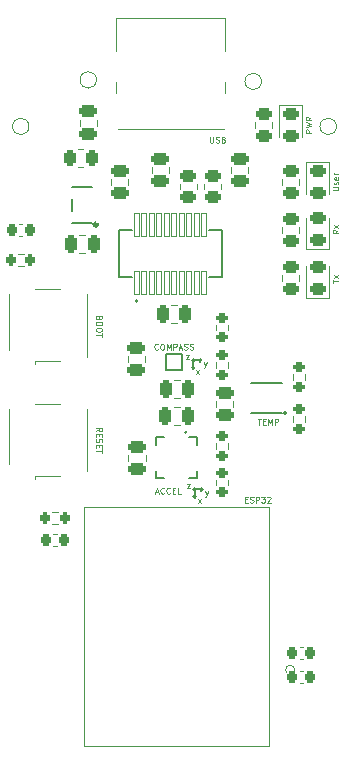
<source format=gto>
%TF.GenerationSoftware,KiCad,Pcbnew,(6.0.2-0)*%
%TF.CreationDate,2022-06-16T14:33:15-07:00*%
%TF.ProjectId,delta,64656c74-612e-46b6-9963-61645f706362,v1*%
%TF.SameCoordinates,Original*%
%TF.FileFunction,Legend,Top*%
%TF.FilePolarity,Positive*%
%FSLAX46Y46*%
G04 Gerber Fmt 4.6, Leading zero omitted, Abs format (unit mm)*
G04 Created by KiCad (PCBNEW (6.0.2-0)) date 2022-06-16 14:33:15*
%MOMM*%
%LPD*%
G01*
G04 APERTURE LIST*
G04 Aperture macros list*
%AMRoundRect*
0 Rectangle with rounded corners*
0 $1 Rounding radius*
0 $2 $3 $4 $5 $6 $7 $8 $9 X,Y pos of 4 corners*
0 Add a 4 corners polygon primitive as box body*
4,1,4,$2,$3,$4,$5,$6,$7,$8,$9,$2,$3,0*
0 Add four circle primitives for the rounded corners*
1,1,$1+$1,$2,$3*
1,1,$1+$1,$4,$5*
1,1,$1+$1,$6,$7*
1,1,$1+$1,$8,$9*
0 Add four rect primitives between the rounded corners*
20,1,$1+$1,$2,$3,$4,$5,0*
20,1,$1+$1,$4,$5,$6,$7,0*
20,1,$1+$1,$6,$7,$8,$9,0*
20,1,$1+$1,$8,$9,$2,$3,0*%
G04 Aperture macros list end*
%ADD10C,0.100000*%
%ADD11C,0.150000*%
%ADD12C,0.120000*%
%ADD13C,0.127000*%
%ADD14C,0.200000*%
%ADD15C,0.300000*%
%ADD16RoundRect,0.200000X-0.200000X-0.275000X0.200000X-0.275000X0.200000X0.275000X-0.200000X0.275000X0*%
%ADD17RoundRect,0.225000X-0.225000X-0.250000X0.225000X-0.250000X0.225000X0.250000X-0.225000X0.250000X0*%
%ADD18RoundRect,0.225000X0.225000X0.250000X-0.225000X0.250000X-0.225000X-0.250000X0.225000X-0.250000X0*%
%ADD19C,2.200000*%
%ADD20R,2.200000X2.200000*%
%ADD21RoundRect,0.200000X-0.275000X0.200000X-0.275000X-0.200000X0.275000X-0.200000X0.275000X0.200000X0*%
%ADD22RoundRect,0.200000X0.275000X-0.200000X0.275000X0.200000X-0.275000X0.200000X-0.275000X-0.200000X0*%
%ADD23R,0.500000X0.500000*%
%ADD24R,0.660000X0.280000*%
%ADD25R,0.280000X0.660000*%
%ADD26RoundRect,0.250000X0.475000X-0.250000X0.475000X0.250000X-0.475000X0.250000X-0.475000X-0.250000X0*%
%ADD27RoundRect,0.250000X0.262500X0.450000X-0.262500X0.450000X-0.262500X-0.450000X0.262500X-0.450000X0*%
%ADD28RoundRect,0.250000X0.250000X0.475000X-0.250000X0.475000X-0.250000X-0.475000X0.250000X-0.475000X0*%
%ADD29C,4.400000*%
%ADD30RoundRect,0.243750X-0.456250X0.243750X-0.456250X-0.243750X0.456250X-0.243750X0.456250X0.243750X0*%
%ADD31RoundRect,0.008200X0.196800X-0.976800X0.196800X0.976800X-0.196800X0.976800X-0.196800X-0.976800X0*%
%ADD32RoundRect,0.008200X-0.196800X0.976800X-0.196800X-0.976800X0.196800X-0.976800X0.196800X0.976800X0*%
%ADD33RoundRect,0.250000X-0.450000X0.262500X-0.450000X-0.262500X0.450000X-0.262500X0.450000X0.262500X0*%
%ADD34C,1.000000*%
%ADD35RoundRect,0.250000X-0.475000X0.250000X-0.475000X-0.250000X0.475000X-0.250000X0.475000X0.250000X0*%
%ADD36RoundRect,0.243750X0.456250X-0.243750X0.456250X0.243750X-0.456250X0.243750X-0.456250X-0.243750X0*%
%ADD37C,0.700000*%
%ADD38O,0.900000X1.700000*%
%ADD39O,0.900000X2.400000*%
%ADD40RoundRect,0.250000X0.450000X-0.262500X0.450000X0.262500X-0.450000X0.262500X-0.450000X-0.262500X0*%
%ADD41C,0.240000*%
%ADD42RoundRect,0.250000X-0.250000X-0.475000X0.250000X-0.475000X0.250000X0.475000X-0.250000X0.475000X0*%
%ADD43R,0.812800X0.406400*%
%ADD44R,0.406400X0.812800*%
%ADD45R,1.193800X1.193800*%
%ADD46R,0.812800X0.812800*%
%ADD47R,1.160000X0.490000*%
%ADD48R,1.180000X0.490000*%
%ADD49R,0.700000X0.250000*%
%ADD50R,1.100000X1.800000*%
G04 APERTURE END LIST*
D10*
X119669714Y-93047428D02*
X119645904Y-93118857D01*
X119622095Y-93142666D01*
X119574476Y-93166476D01*
X119503047Y-93166476D01*
X119455428Y-93142666D01*
X119431619Y-93118857D01*
X119407809Y-93071238D01*
X119407809Y-92880761D01*
X119907809Y-92880761D01*
X119907809Y-93047428D01*
X119884000Y-93095047D01*
X119860190Y-93118857D01*
X119812571Y-93142666D01*
X119764952Y-93142666D01*
X119717333Y-93118857D01*
X119693523Y-93095047D01*
X119669714Y-93047428D01*
X119669714Y-92880761D01*
X119907809Y-93476000D02*
X119907809Y-93571238D01*
X119884000Y-93618857D01*
X119836380Y-93666476D01*
X119741142Y-93690285D01*
X119574476Y-93690285D01*
X119479238Y-93666476D01*
X119431619Y-93618857D01*
X119407809Y-93571238D01*
X119407809Y-93476000D01*
X119431619Y-93428380D01*
X119479238Y-93380761D01*
X119574476Y-93356952D01*
X119741142Y-93356952D01*
X119836380Y-93380761D01*
X119884000Y-93428380D01*
X119907809Y-93476000D01*
X119907809Y-93999809D02*
X119907809Y-94095047D01*
X119884000Y-94142666D01*
X119836380Y-94190285D01*
X119741142Y-94214095D01*
X119574476Y-94214095D01*
X119479238Y-94190285D01*
X119431619Y-94142666D01*
X119407809Y-94095047D01*
X119407809Y-93999809D01*
X119431619Y-93952190D01*
X119479238Y-93904571D01*
X119574476Y-93880761D01*
X119741142Y-93880761D01*
X119836380Y-93904571D01*
X119884000Y-93952190D01*
X119907809Y-93999809D01*
X119907809Y-94356952D02*
X119907809Y-94642666D01*
X119407809Y-94499809D02*
X119907809Y-94499809D01*
X119407809Y-102651809D02*
X119645904Y-102485142D01*
X119407809Y-102366095D02*
X119907809Y-102366095D01*
X119907809Y-102556571D01*
X119884000Y-102604190D01*
X119860190Y-102628000D01*
X119812571Y-102651809D01*
X119741142Y-102651809D01*
X119693523Y-102628000D01*
X119669714Y-102604190D01*
X119645904Y-102556571D01*
X119645904Y-102366095D01*
X119669714Y-102866095D02*
X119669714Y-103032761D01*
X119407809Y-103104190D02*
X119407809Y-102866095D01*
X119907809Y-102866095D01*
X119907809Y-103104190D01*
X119431619Y-103294666D02*
X119407809Y-103366095D01*
X119407809Y-103485142D01*
X119431619Y-103532761D01*
X119455428Y-103556571D01*
X119503047Y-103580380D01*
X119550666Y-103580380D01*
X119598285Y-103556571D01*
X119622095Y-103532761D01*
X119645904Y-103485142D01*
X119669714Y-103389904D01*
X119693523Y-103342285D01*
X119717333Y-103318476D01*
X119764952Y-103294666D01*
X119812571Y-103294666D01*
X119860190Y-103318476D01*
X119884000Y-103342285D01*
X119907809Y-103389904D01*
X119907809Y-103508952D01*
X119884000Y-103580380D01*
X119669714Y-103794666D02*
X119669714Y-103961333D01*
X119407809Y-104032761D02*
X119407809Y-103794666D01*
X119907809Y-103794666D01*
X119907809Y-104032761D01*
X119907809Y-104175619D02*
X119907809Y-104461333D01*
X119407809Y-104318476D02*
X119907809Y-104318476D01*
D11*
X127762000Y-108267500D02*
X127889000Y-108140500D01*
X127762000Y-107569000D02*
X127762000Y-108267500D01*
X127762000Y-108267500D02*
X127635000Y-108140500D01*
X127889000Y-107569000D02*
G75*
G03*
X127889000Y-107569000I-127000J0D01*
G01*
D10*
X128273952Y-108358809D02*
X128012047Y-108692142D01*
X128273952Y-108692142D02*
X128012047Y-108358809D01*
D11*
X128460500Y-107569000D02*
X128333500Y-107442000D01*
X127762000Y-107569000D02*
X128460500Y-107569000D01*
X128460500Y-107569000D02*
X128333500Y-107696000D01*
D10*
X128658952Y-107715857D02*
X128778000Y-108049190D01*
X128897047Y-107715857D02*
X128778000Y-108049190D01*
X128730380Y-108168238D01*
X128706571Y-108192047D01*
X128658952Y-108215857D01*
X127384952Y-107422142D02*
X127123047Y-107422142D01*
X127384952Y-107088809D01*
X127123047Y-107088809D01*
D11*
X127762000Y-96647000D02*
G75*
G03*
X127762000Y-96647000I-127000J0D01*
G01*
D10*
X128146952Y-97436809D02*
X127885047Y-97770142D01*
X128146952Y-97770142D02*
X127885047Y-97436809D01*
D11*
X128333500Y-96647000D02*
X128206500Y-96774000D01*
X128333500Y-96647000D02*
X128206500Y-96520000D01*
X127635000Y-96647000D02*
X128333500Y-96647000D01*
D10*
X128531952Y-96793857D02*
X128651000Y-97127190D01*
X128770047Y-96793857D02*
X128651000Y-97127190D01*
X128603380Y-97246238D01*
X128579571Y-97270047D01*
X128531952Y-97293857D01*
D11*
X127635000Y-97345500D02*
X127508000Y-97218500D01*
X127635000Y-96647000D02*
X127635000Y-97345500D01*
X127635000Y-97345500D02*
X127762000Y-97218500D01*
D10*
X127257952Y-96500142D02*
X126996047Y-96500142D01*
X127257952Y-96166809D01*
X126996047Y-96166809D01*
X139426190Y-82248285D02*
X139830952Y-82248285D01*
X139878571Y-82224476D01*
X139902380Y-82200666D01*
X139926190Y-82153047D01*
X139926190Y-82057809D01*
X139902380Y-82010190D01*
X139878571Y-81986380D01*
X139830952Y-81962571D01*
X139426190Y-81962571D01*
X139902380Y-81748285D02*
X139926190Y-81700666D01*
X139926190Y-81605428D01*
X139902380Y-81557809D01*
X139854761Y-81534000D01*
X139830952Y-81534000D01*
X139783333Y-81557809D01*
X139759523Y-81605428D01*
X139759523Y-81676857D01*
X139735714Y-81724476D01*
X139688095Y-81748285D01*
X139664285Y-81748285D01*
X139616666Y-81724476D01*
X139592857Y-81676857D01*
X139592857Y-81605428D01*
X139616666Y-81557809D01*
X139902380Y-81129238D02*
X139926190Y-81176857D01*
X139926190Y-81272095D01*
X139902380Y-81319714D01*
X139854761Y-81343523D01*
X139664285Y-81343523D01*
X139616666Y-81319714D01*
X139592857Y-81272095D01*
X139592857Y-81176857D01*
X139616666Y-81129238D01*
X139664285Y-81105428D01*
X139711904Y-81105428D01*
X139759523Y-81343523D01*
X139926190Y-80891142D02*
X139592857Y-80891142D01*
X139688095Y-80891142D02*
X139640476Y-80867333D01*
X139616666Y-80843523D01*
X139592857Y-80795904D01*
X139592857Y-80748285D01*
X124428380Y-107779333D02*
X124666476Y-107779333D01*
X124380761Y-107922190D02*
X124547428Y-107422190D01*
X124714095Y-107922190D01*
X125166476Y-107874571D02*
X125142666Y-107898380D01*
X125071238Y-107922190D01*
X125023619Y-107922190D01*
X124952190Y-107898380D01*
X124904571Y-107850761D01*
X124880761Y-107803142D01*
X124856952Y-107707904D01*
X124856952Y-107636476D01*
X124880761Y-107541238D01*
X124904571Y-107493619D01*
X124952190Y-107446000D01*
X125023619Y-107422190D01*
X125071238Y-107422190D01*
X125142666Y-107446000D01*
X125166476Y-107469809D01*
X125666476Y-107874571D02*
X125642666Y-107898380D01*
X125571238Y-107922190D01*
X125523619Y-107922190D01*
X125452190Y-107898380D01*
X125404571Y-107850761D01*
X125380761Y-107803142D01*
X125356952Y-107707904D01*
X125356952Y-107636476D01*
X125380761Y-107541238D01*
X125404571Y-107493619D01*
X125452190Y-107446000D01*
X125523619Y-107422190D01*
X125571238Y-107422190D01*
X125642666Y-107446000D01*
X125666476Y-107469809D01*
X125880761Y-107660285D02*
X126047428Y-107660285D01*
X126118857Y-107922190D02*
X125880761Y-107922190D01*
X125880761Y-107422190D01*
X126118857Y-107422190D01*
X126571238Y-107922190D02*
X126333142Y-107922190D01*
X126333142Y-107422190D01*
X133080238Y-101580190D02*
X133365952Y-101580190D01*
X133223095Y-102080190D02*
X133223095Y-101580190D01*
X133532619Y-101818285D02*
X133699285Y-101818285D01*
X133770714Y-102080190D02*
X133532619Y-102080190D01*
X133532619Y-101580190D01*
X133770714Y-101580190D01*
X133985000Y-102080190D02*
X133985000Y-101580190D01*
X134151666Y-101937333D01*
X134318333Y-101580190D01*
X134318333Y-102080190D01*
X134556428Y-102080190D02*
X134556428Y-101580190D01*
X134746904Y-101580190D01*
X134794523Y-101604000D01*
X134818333Y-101627809D01*
X134842142Y-101675428D01*
X134842142Y-101746857D01*
X134818333Y-101794476D01*
X134794523Y-101818285D01*
X134746904Y-101842095D01*
X134556428Y-101842095D01*
X129036047Y-77704190D02*
X129036047Y-78108952D01*
X129059857Y-78156571D01*
X129083666Y-78180380D01*
X129131285Y-78204190D01*
X129226523Y-78204190D01*
X129274142Y-78180380D01*
X129297952Y-78156571D01*
X129321761Y-78108952D01*
X129321761Y-77704190D01*
X129536047Y-78180380D02*
X129607476Y-78204190D01*
X129726523Y-78204190D01*
X129774142Y-78180380D01*
X129797952Y-78156571D01*
X129821761Y-78108952D01*
X129821761Y-78061333D01*
X129797952Y-78013714D01*
X129774142Y-77989904D01*
X129726523Y-77966095D01*
X129631285Y-77942285D01*
X129583666Y-77918476D01*
X129559857Y-77894666D01*
X129536047Y-77847047D01*
X129536047Y-77799428D01*
X129559857Y-77751809D01*
X129583666Y-77728000D01*
X129631285Y-77704190D01*
X129750333Y-77704190D01*
X129821761Y-77728000D01*
X130202714Y-77942285D02*
X130274142Y-77966095D01*
X130297952Y-77989904D01*
X130321761Y-78037523D01*
X130321761Y-78108952D01*
X130297952Y-78156571D01*
X130274142Y-78180380D01*
X130226523Y-78204190D01*
X130036047Y-78204190D01*
X130036047Y-77704190D01*
X130202714Y-77704190D01*
X130250333Y-77728000D01*
X130274142Y-77751809D01*
X130297952Y-77799428D01*
X130297952Y-77847047D01*
X130274142Y-77894666D01*
X130250333Y-77918476D01*
X130202714Y-77942285D01*
X130036047Y-77942285D01*
X132024571Y-108422285D02*
X132191238Y-108422285D01*
X132262666Y-108684190D02*
X132024571Y-108684190D01*
X132024571Y-108184190D01*
X132262666Y-108184190D01*
X132453142Y-108660380D02*
X132524571Y-108684190D01*
X132643619Y-108684190D01*
X132691238Y-108660380D01*
X132715047Y-108636571D01*
X132738857Y-108588952D01*
X132738857Y-108541333D01*
X132715047Y-108493714D01*
X132691238Y-108469904D01*
X132643619Y-108446095D01*
X132548380Y-108422285D01*
X132500761Y-108398476D01*
X132476952Y-108374666D01*
X132453142Y-108327047D01*
X132453142Y-108279428D01*
X132476952Y-108231809D01*
X132500761Y-108208000D01*
X132548380Y-108184190D01*
X132667428Y-108184190D01*
X132738857Y-108208000D01*
X132953142Y-108684190D02*
X132953142Y-108184190D01*
X133143619Y-108184190D01*
X133191238Y-108208000D01*
X133215047Y-108231809D01*
X133238857Y-108279428D01*
X133238857Y-108350857D01*
X133215047Y-108398476D01*
X133191238Y-108422285D01*
X133143619Y-108446095D01*
X132953142Y-108446095D01*
X133405523Y-108184190D02*
X133715047Y-108184190D01*
X133548380Y-108374666D01*
X133619809Y-108374666D01*
X133667428Y-108398476D01*
X133691238Y-108422285D01*
X133715047Y-108469904D01*
X133715047Y-108588952D01*
X133691238Y-108636571D01*
X133667428Y-108660380D01*
X133619809Y-108684190D01*
X133476952Y-108684190D01*
X133429333Y-108660380D01*
X133405523Y-108636571D01*
X133905523Y-108231809D02*
X133929333Y-108208000D01*
X133976952Y-108184190D01*
X134096000Y-108184190D01*
X134143619Y-108208000D01*
X134167428Y-108231809D01*
X134191238Y-108279428D01*
X134191238Y-108327047D01*
X134167428Y-108398476D01*
X133881714Y-108684190D01*
X134191238Y-108684190D01*
X137640190Y-77374666D02*
X137140190Y-77374666D01*
X137140190Y-77184190D01*
X137164000Y-77136571D01*
X137187809Y-77112761D01*
X137235428Y-77088952D01*
X137306857Y-77088952D01*
X137354476Y-77112761D01*
X137378285Y-77136571D01*
X137402095Y-77184190D01*
X137402095Y-77374666D01*
X137140190Y-76922285D02*
X137640190Y-76803238D01*
X137283047Y-76708000D01*
X137640190Y-76612761D01*
X137140190Y-76493714D01*
X137640190Y-76017523D02*
X137402095Y-76184190D01*
X137640190Y-76303238D02*
X137140190Y-76303238D01*
X137140190Y-76112761D01*
X137164000Y-76065142D01*
X137187809Y-76041333D01*
X137235428Y-76017523D01*
X137306857Y-76017523D01*
X137354476Y-76041333D01*
X137378285Y-76065142D01*
X137402095Y-76112761D01*
X137402095Y-76303238D01*
X124650666Y-95682571D02*
X124626857Y-95706380D01*
X124555428Y-95730190D01*
X124507809Y-95730190D01*
X124436380Y-95706380D01*
X124388761Y-95658761D01*
X124364952Y-95611142D01*
X124341142Y-95515904D01*
X124341142Y-95444476D01*
X124364952Y-95349238D01*
X124388761Y-95301619D01*
X124436380Y-95254000D01*
X124507809Y-95230190D01*
X124555428Y-95230190D01*
X124626857Y-95254000D01*
X124650666Y-95277809D01*
X124960190Y-95230190D02*
X125055428Y-95230190D01*
X125103047Y-95254000D01*
X125150666Y-95301619D01*
X125174476Y-95396857D01*
X125174476Y-95563523D01*
X125150666Y-95658761D01*
X125103047Y-95706380D01*
X125055428Y-95730190D01*
X124960190Y-95730190D01*
X124912571Y-95706380D01*
X124864952Y-95658761D01*
X124841142Y-95563523D01*
X124841142Y-95396857D01*
X124864952Y-95301619D01*
X124912571Y-95254000D01*
X124960190Y-95230190D01*
X125388761Y-95730190D02*
X125388761Y-95230190D01*
X125555428Y-95587333D01*
X125722095Y-95230190D01*
X125722095Y-95730190D01*
X125960190Y-95730190D02*
X125960190Y-95230190D01*
X126150666Y-95230190D01*
X126198285Y-95254000D01*
X126222095Y-95277809D01*
X126245904Y-95325428D01*
X126245904Y-95396857D01*
X126222095Y-95444476D01*
X126198285Y-95468285D01*
X126150666Y-95492095D01*
X125960190Y-95492095D01*
X126436380Y-95587333D02*
X126674476Y-95587333D01*
X126388761Y-95730190D02*
X126555428Y-95230190D01*
X126722095Y-95730190D01*
X126864952Y-95706380D02*
X126936380Y-95730190D01*
X127055428Y-95730190D01*
X127103047Y-95706380D01*
X127126857Y-95682571D01*
X127150666Y-95634952D01*
X127150666Y-95587333D01*
X127126857Y-95539714D01*
X127103047Y-95515904D01*
X127055428Y-95492095D01*
X126960190Y-95468285D01*
X126912571Y-95444476D01*
X126888761Y-95420666D01*
X126864952Y-95373047D01*
X126864952Y-95325428D01*
X126888761Y-95277809D01*
X126912571Y-95254000D01*
X126960190Y-95230190D01*
X127079238Y-95230190D01*
X127150666Y-95254000D01*
X127341142Y-95706380D02*
X127412571Y-95730190D01*
X127531619Y-95730190D01*
X127579238Y-95706380D01*
X127603047Y-95682571D01*
X127626857Y-95634952D01*
X127626857Y-95587333D01*
X127603047Y-95539714D01*
X127579238Y-95515904D01*
X127531619Y-95492095D01*
X127436380Y-95468285D01*
X127388761Y-95444476D01*
X127364952Y-95420666D01*
X127341142Y-95373047D01*
X127341142Y-95325428D01*
X127364952Y-95277809D01*
X127388761Y-95254000D01*
X127436380Y-95230190D01*
X127555428Y-95230190D01*
X127626857Y-95254000D01*
X139426190Y-90085738D02*
X139426190Y-89800023D01*
X139926190Y-89942880D02*
X139426190Y-89942880D01*
X139926190Y-89680976D02*
X139592857Y-89419071D01*
X139592857Y-89680976D02*
X139926190Y-89419071D01*
X139926190Y-85597119D02*
X139688095Y-85763785D01*
X139926190Y-85882833D02*
X139426190Y-85882833D01*
X139426190Y-85692357D01*
X139450000Y-85644738D01*
X139473809Y-85620928D01*
X139521428Y-85597119D01*
X139592857Y-85597119D01*
X139640476Y-85620928D01*
X139664285Y-85644738D01*
X139688095Y-85692357D01*
X139688095Y-85882833D01*
X139926190Y-85430452D02*
X139592857Y-85168547D01*
X139592857Y-85430452D02*
X139926190Y-85168547D01*
D12*
X112792742Y-87615500D02*
X113267258Y-87615500D01*
X112792742Y-88660500D02*
X113267258Y-88660500D01*
X115713742Y-110504500D02*
X116188258Y-110504500D01*
X115713742Y-109459500D02*
X116188258Y-109459500D01*
X136638420Y-123954000D02*
X136919580Y-123954000D01*
X136638420Y-122934000D02*
X136919580Y-122934000D01*
X136919580Y-120902000D02*
X136638420Y-120902000D01*
X136919580Y-121922000D02*
X136638420Y-121922000D01*
X115797420Y-112397000D02*
X116078580Y-112397000D01*
X115797420Y-111377000D02*
X116078580Y-111377000D01*
D10*
X112024600Y-95724000D02*
X112024600Y-91056600D01*
X114259800Y-96720800D02*
X116368000Y-96720800D01*
X114270800Y-90614800D02*
X116366000Y-90614800D01*
X118628600Y-91031200D02*
X118618800Y-96324000D01*
X114266400Y-96720800D02*
X114266400Y-96970800D01*
X114266400Y-106424800D02*
X114266400Y-106674800D01*
X118628600Y-100735200D02*
X118618800Y-106028000D01*
X114270800Y-100318800D02*
X116366000Y-100318800D01*
X114259800Y-106424800D02*
X116368000Y-106424800D01*
X112024600Y-105428000D02*
X112024600Y-100760600D01*
D12*
X112889420Y-86108000D02*
X113170580Y-86108000D01*
X112889420Y-85088000D02*
X113170580Y-85088000D01*
X136059500Y-101362742D02*
X136059500Y-101837258D01*
X137104500Y-101362742D02*
X137104500Y-101837258D01*
X137104500Y-98281258D02*
X137104500Y-97806742D01*
X136059500Y-98281258D02*
X136059500Y-97806742D01*
X129525500Y-96790742D02*
X129525500Y-97265258D01*
X130570500Y-96790742D02*
X130570500Y-97265258D01*
X130570500Y-94090258D02*
X130570500Y-93615742D01*
X129525500Y-94090258D02*
X129525500Y-93615742D01*
X130570500Y-106759742D02*
X130570500Y-107234258D01*
X129525500Y-106759742D02*
X129525500Y-107234258D01*
X130570500Y-104123258D02*
X130570500Y-103648742D01*
X129525500Y-104123258D02*
X129525500Y-103648742D01*
D11*
X127056000Y-102742000D02*
G75*
G03*
X127056000Y-102742000I-70000J0D01*
G01*
X127956000Y-103172000D02*
X127306000Y-103172000D01*
X124496000Y-106632000D02*
X125146000Y-106632000D01*
X127956000Y-105982000D02*
X127956000Y-106632000D01*
X124496000Y-103172000D02*
X125146000Y-103172000D01*
X127956000Y-106632000D02*
X127306000Y-106632000D01*
X124496000Y-103822000D02*
X124496000Y-103172000D01*
X127956000Y-103822000D02*
X127956000Y-103172000D01*
X124496000Y-105982000D02*
X124496000Y-106632000D01*
D12*
X130837000Y-80779252D02*
X130837000Y-80256748D01*
X132307000Y-80779252D02*
X132307000Y-80256748D01*
X118337064Y-78767000D02*
X117882936Y-78767000D01*
X118337064Y-80237000D02*
X117882936Y-80237000D01*
X126487252Y-102081000D02*
X125964748Y-102081000D01*
X126487252Y-100611000D02*
X125964748Y-100611000D01*
X137216000Y-79849000D02*
X137216000Y-82534000D01*
X139136000Y-79849000D02*
X137216000Y-79849000D01*
X139136000Y-82534000D02*
X139136000Y-79849000D01*
D13*
X128970000Y-89620000D02*
X130100000Y-89620000D01*
X121360000Y-85640000D02*
X122490000Y-85640000D01*
X130100000Y-85640000D02*
X128970000Y-85640000D01*
X130100000Y-89620000D02*
X130100000Y-85640000D01*
X121360000Y-89620000D02*
X121360000Y-85640000D01*
X122490000Y-89620000D02*
X121360000Y-89620000D01*
D14*
X122930000Y-91630000D02*
G75*
G03*
X122930000Y-91630000I-100000J0D01*
G01*
D12*
X132869000Y-76480936D02*
X132869000Y-76935064D01*
X134339000Y-76480936D02*
X134339000Y-76935064D01*
X133415000Y-73025000D02*
G75*
G03*
X133415000Y-73025000I-700000J0D01*
G01*
X126499252Y-99795000D02*
X125976748Y-99795000D01*
X126499252Y-98325000D02*
X125976748Y-98325000D01*
X123544000Y-96258748D02*
X123544000Y-96781252D01*
X122074000Y-96258748D02*
X122074000Y-96781252D01*
X139136000Y-91328500D02*
X139136000Y-88643500D01*
X137216000Y-88643500D02*
X137216000Y-91328500D01*
X137216000Y-91328500D02*
X139136000Y-91328500D01*
X130325000Y-70415000D02*
X130325000Y-67685000D01*
X130325000Y-67685000D02*
X121135000Y-67685000D01*
X130205000Y-77095000D02*
X121255000Y-77095000D01*
X130325000Y-74015000D02*
X130325000Y-73115000D01*
X121135000Y-70415000D02*
X121135000Y-67685000D01*
X121135000Y-74015000D02*
X121135000Y-73115000D01*
X136625000Y-85825064D02*
X136625000Y-85370936D01*
X135155000Y-85825064D02*
X135155000Y-85370936D01*
X129567000Y-100591252D02*
X129567000Y-100068748D01*
X131037000Y-100591252D02*
X131037000Y-100068748D01*
X135155000Y-81761064D02*
X135155000Y-81306936D01*
X136625000Y-81761064D02*
X136625000Y-81306936D01*
X124106000Y-80779252D02*
X124106000Y-80256748D01*
X125576000Y-80779252D02*
X125576000Y-80256748D01*
X119480000Y-76776252D02*
X119480000Y-76253748D01*
X118010000Y-76776252D02*
X118010000Y-76253748D01*
X134930000Y-75023000D02*
X134930000Y-77708000D01*
X136850000Y-75023000D02*
X134930000Y-75023000D01*
X136850000Y-77708000D02*
X136850000Y-75023000D01*
X113730000Y-76835000D02*
G75*
G03*
X113730000Y-76835000I-700000J0D01*
G01*
X139136000Y-87234500D02*
X139136000Y-84549500D01*
X137216000Y-87234500D02*
X139136000Y-87234500D01*
X137216000Y-84549500D02*
X137216000Y-87234500D01*
X122147000Y-81795252D02*
X122147000Y-81272748D01*
X120677000Y-81795252D02*
X120677000Y-81272748D01*
D11*
X125304000Y-96094000D02*
X126664000Y-96094000D01*
X125304000Y-97454000D02*
X125304000Y-96094000D01*
X126664000Y-97454000D02*
X125304000Y-97454000D01*
X126664000Y-96094000D02*
X126664000Y-97454000D01*
D10*
X125274000Y-96014000D02*
G75*
G03*
X125274000Y-96014000I-50000J0D01*
G01*
D12*
X126490000Y-82142064D02*
X126490000Y-81687936D01*
X127960000Y-82142064D02*
X127960000Y-81687936D01*
X117982259Y-87535511D02*
X118504763Y-87535511D01*
X117982259Y-86065511D02*
X118504763Y-86065511D01*
X130021000Y-82142064D02*
X130021000Y-81687936D01*
X128551000Y-82142064D02*
X128551000Y-81687936D01*
X122123000Y-104640748D02*
X122123000Y-105163252D01*
X123593000Y-104640748D02*
X123593000Y-105163252D01*
X126245252Y-93445000D02*
X125722748Y-93445000D01*
X126245252Y-91975000D02*
X125722748Y-91975000D01*
X118414800Y-129298900D02*
X134061200Y-129298900D01*
X118414800Y-109055100D02*
X118414800Y-129298900D01*
X134061200Y-109055100D02*
X118414800Y-109055100D01*
X134061200Y-129298900D02*
X134061200Y-109055100D01*
X136220200Y-122838486D02*
G75*
G03*
X136220200Y-122838486I-381000J0D01*
G01*
X136625000Y-89889064D02*
X136625000Y-89434936D01*
X135155000Y-89889064D02*
X135155000Y-89434936D01*
D11*
X117393511Y-83018511D02*
X117393511Y-83978511D01*
X119093511Y-85028511D02*
X117393511Y-85028511D01*
X119093511Y-81968511D02*
X117393511Y-81968511D01*
D15*
X119533511Y-85148511D02*
G75*
G03*
X119533511Y-85148511I-150000J0D01*
G01*
D12*
X119445000Y-72898000D02*
G75*
G03*
X119445000Y-72898000I-700000J0D01*
G01*
D14*
X135158000Y-101122000D02*
X132558000Y-101122000D01*
X135158000Y-98522000D02*
X132558000Y-98522000D01*
D15*
X135368000Y-101082000D02*
G75*
G03*
X135368000Y-101082000I0J0D01*
G01*
D12*
X139765000Y-76835000D02*
G75*
G03*
X139765000Y-76835000I-700000J0D01*
G01*
%LPC*%
D16*
X113855000Y-88138000D03*
X112205000Y-88138000D03*
X115126000Y-109982000D03*
X116776000Y-109982000D03*
D17*
X136004000Y-123444000D03*
X137554000Y-123444000D03*
D18*
X137554000Y-121412000D03*
X136004000Y-121412000D03*
D17*
X115163000Y-111887000D03*
X116713000Y-111887000D03*
D19*
X117566000Y-96924000D03*
X117566000Y-90424000D03*
X113066000Y-90424000D03*
D20*
X113066000Y-96924000D03*
X113066000Y-106628000D03*
D19*
X113066000Y-100128000D03*
X117566000Y-100128000D03*
X117566000Y-106628000D03*
D17*
X112255000Y-85598000D03*
X113805000Y-85598000D03*
D21*
X136582000Y-100775000D03*
X136582000Y-102425000D03*
D22*
X136582000Y-98869000D03*
X136582000Y-97219000D03*
D21*
X130048000Y-96203000D03*
X130048000Y-97853000D03*
D22*
X130048000Y-94678000D03*
X130048000Y-93028000D03*
D21*
X130048000Y-107822000D03*
X130048000Y-106172000D03*
D22*
X130048000Y-104711000D03*
X130048000Y-103061000D03*
D23*
X126226000Y-104902000D03*
D24*
X127786000Y-104152000D03*
X127786000Y-104652000D03*
X127786000Y-105152000D03*
X127786000Y-105652000D03*
D25*
X126976000Y-106462000D03*
X126476000Y-106462000D03*
X125976000Y-106462000D03*
X125476000Y-106462000D03*
D24*
X124666000Y-105652000D03*
X124666000Y-105152000D03*
X124666000Y-104652000D03*
X124666000Y-104152000D03*
D25*
X125476000Y-103342000D03*
X125976000Y-103342000D03*
X126476000Y-103342000D03*
X126976000Y-103342000D03*
D26*
X131572000Y-81468000D03*
X131572000Y-79568000D03*
D27*
X119022500Y-79502000D03*
X117197500Y-79502000D03*
D28*
X127176000Y-101346000D03*
X125276000Y-101346000D03*
D29*
X113600000Y-72600000D03*
D30*
X138176000Y-80596500D03*
X138176000Y-82471500D03*
D31*
X122872500Y-90100000D03*
X123507500Y-90100000D03*
X124142500Y-90100000D03*
X124777500Y-90100000D03*
X125412500Y-90100000D03*
X126047500Y-90100000D03*
X126682500Y-90100000D03*
X127317500Y-90100000D03*
X127952500Y-90100000D03*
X128587500Y-90100000D03*
D32*
X128587500Y-85160000D03*
X127952500Y-85160000D03*
X127317500Y-85160000D03*
X126682500Y-85160000D03*
X126047500Y-85160000D03*
X125412500Y-85160000D03*
X124777500Y-85160000D03*
X124142500Y-85160000D03*
X123507500Y-85160000D03*
X122872500Y-85160000D03*
D33*
X133604000Y-75795500D03*
X133604000Y-77620500D03*
D34*
X132715000Y-73025000D03*
D28*
X127188000Y-99060000D03*
X125288000Y-99060000D03*
D35*
X122809000Y-97470000D03*
X122809000Y-95570000D03*
D36*
X138176000Y-90581000D03*
X138176000Y-88706000D03*
D37*
X128705000Y-76415000D03*
X127855000Y-76415000D03*
X127005000Y-76415000D03*
X126155000Y-76415000D03*
X125305000Y-76415000D03*
X124455000Y-76415000D03*
X123605000Y-76415000D03*
X122755000Y-76415000D03*
X122755000Y-75065000D03*
X123605000Y-75065000D03*
X124455000Y-75065000D03*
X125305000Y-75065000D03*
X126155000Y-75065000D03*
X127005000Y-75065000D03*
X127855000Y-75065000D03*
X128705000Y-75065000D03*
D38*
X121405000Y-72055000D03*
X130055000Y-72055000D03*
D39*
X130055000Y-75435000D03*
X121405000Y-75435000D03*
D40*
X135890000Y-86510500D03*
X135890000Y-84685500D03*
D26*
X130302000Y-101280000D03*
X130302000Y-99380000D03*
D40*
X135890000Y-82446500D03*
X135890000Y-80621500D03*
D26*
X124841000Y-81468000D03*
X124841000Y-79568000D03*
X118745000Y-77465000D03*
X118745000Y-75565000D03*
D30*
X135890000Y-75770500D03*
X135890000Y-77645500D03*
D34*
X113030000Y-76835000D03*
D29*
X138400000Y-127400000D03*
D36*
X138176000Y-86487000D03*
X138176000Y-84612000D03*
D26*
X121412000Y-82484000D03*
X121412000Y-80584000D03*
D41*
X125584000Y-96374000D03*
X125984000Y-96374000D03*
X126384000Y-96374000D03*
X125584000Y-96774000D03*
X126384000Y-96774000D03*
X125584000Y-97174000D03*
X125984000Y-97174000D03*
X126384000Y-97174000D03*
D40*
X127225000Y-82827500D03*
X127225000Y-81002500D03*
D42*
X117293511Y-86800511D03*
X119193511Y-86800511D03*
D40*
X129286000Y-82827500D03*
X129286000Y-81002500D03*
D35*
X122858000Y-105852000D03*
X122858000Y-103952000D03*
D29*
X138400000Y-72600000D03*
X113600000Y-127400000D03*
D28*
X126934000Y-92710000D03*
X125034000Y-92710000D03*
D43*
X133237999Y-122838486D03*
X133237999Y-121988485D03*
X133237999Y-121138485D03*
X133237999Y-120288486D03*
X133237999Y-119438485D03*
X133237999Y-118588485D03*
X133237999Y-117738486D03*
X133237999Y-116888485D03*
X133237999Y-116038485D03*
X133237999Y-115188486D03*
X133237999Y-114338485D03*
X133237999Y-113488485D03*
X133237999Y-112638486D03*
X133237999Y-111788485D03*
X133237999Y-110938485D03*
D44*
X132188001Y-109888487D03*
X131338000Y-109888487D03*
X130487999Y-109888487D03*
X129638001Y-109888487D03*
X128788000Y-109888487D03*
X127937999Y-109888487D03*
X127088001Y-109888487D03*
X126238000Y-109888487D03*
X125387999Y-109888487D03*
X124538001Y-109888487D03*
X123688000Y-109888487D03*
X122837999Y-109888487D03*
X121988001Y-109888487D03*
X121138000Y-109888487D03*
X120287999Y-109888487D03*
D43*
X119238001Y-110938485D03*
X119238001Y-111788485D03*
X119238001Y-112638486D03*
X119238001Y-113488485D03*
X119238001Y-114338485D03*
X119238001Y-115188486D03*
X119238001Y-116038485D03*
X119238001Y-116888485D03*
X119238001Y-117738486D03*
X119238001Y-118588485D03*
X119238001Y-119438485D03*
X119238001Y-120288486D03*
X119238001Y-121138485D03*
X119238001Y-121988485D03*
X119238001Y-122838486D03*
D44*
X120287999Y-123888484D03*
X121138000Y-123888484D03*
X121988001Y-123888484D03*
X122837999Y-123888484D03*
X123688000Y-123888484D03*
X124538001Y-123888484D03*
X125387999Y-123888484D03*
X126238000Y-123888484D03*
X127088001Y-123888484D03*
X127937999Y-123888484D03*
X128788000Y-123888484D03*
X129638001Y-123888484D03*
X130487999Y-123888484D03*
X131338000Y-123888484D03*
X132188001Y-123888484D03*
D45*
X126238000Y-116888485D03*
D46*
X133237999Y-123888484D03*
X133237999Y-109888484D03*
X119238001Y-109888484D03*
X119238001Y-123888484D03*
D45*
X127888000Y-118538485D03*
X126238000Y-118538485D03*
X124588000Y-118538485D03*
X127888000Y-116888485D03*
X124588000Y-116888485D03*
X127888000Y-115238485D03*
X126238000Y-115238485D03*
X124588000Y-115238485D03*
D40*
X135890000Y-90574500D03*
X135890000Y-88749500D03*
D47*
X119393511Y-84448511D03*
X119393511Y-83498511D03*
X119393511Y-82548511D03*
D48*
X117093511Y-82548511D03*
X117093511Y-84448511D03*
D34*
X118745000Y-72898000D03*
D49*
X135058000Y-100572000D03*
X135058000Y-100072000D03*
X135058000Y-99572000D03*
X135058000Y-99072000D03*
X132658000Y-99072000D03*
X132658000Y-99572000D03*
X132658000Y-100072000D03*
X132658000Y-100572000D03*
D50*
X133858000Y-99822000D03*
D34*
X139065000Y-76835000D03*
M02*

</source>
